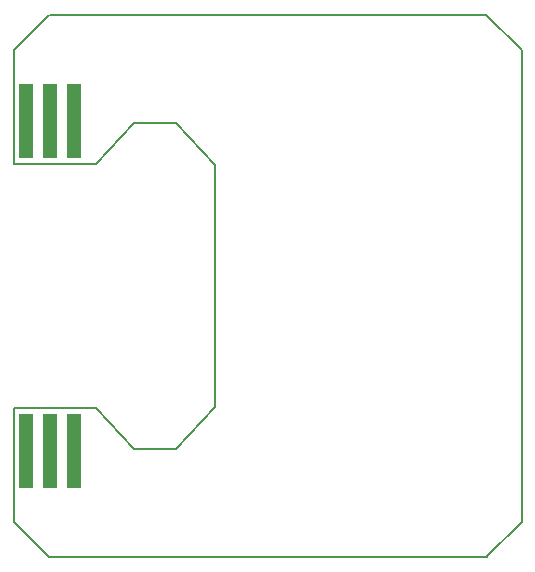
<source format=gbp>
G75*
%MOIN*%
%OFA0B0*%
%FSLAX25Y25*%
%IPPOS*%
%LPD*%
%AMOC8*
5,1,8,0,0,1.08239X$1,22.5*
%
%ADD10C,0.00600*%
%ADD11C,0.00500*%
%ADD12R,0.05000X0.25000*%
D10*
X0005100Y0016911D02*
X0005100Y0055000D01*
X0032600Y0055000D01*
X0045100Y0041100D01*
X0059100Y0041100D01*
X0072100Y0055100D01*
X0072100Y0136021D01*
X0059100Y0150021D01*
X0045100Y0150021D01*
X0032600Y0136121D01*
X0005100Y0136121D01*
X0005100Y0174250D01*
X0016911Y0186061D01*
X0162580Y0186061D02*
X0174391Y0174250D01*
X0174391Y0016911D01*
X0162580Y0005100D01*
X0016911Y0005100D02*
X0005100Y0016911D01*
D11*
X0017100Y0005100D02*
X0162726Y0005100D01*
X0162726Y0186021D02*
X0017100Y0186021D01*
D12*
X0017300Y0150500D03*
X0009300Y0150500D03*
X0025300Y0150500D03*
X0025300Y0040500D03*
X0017300Y0040500D03*
X0009300Y0040500D03*
M02*

</source>
